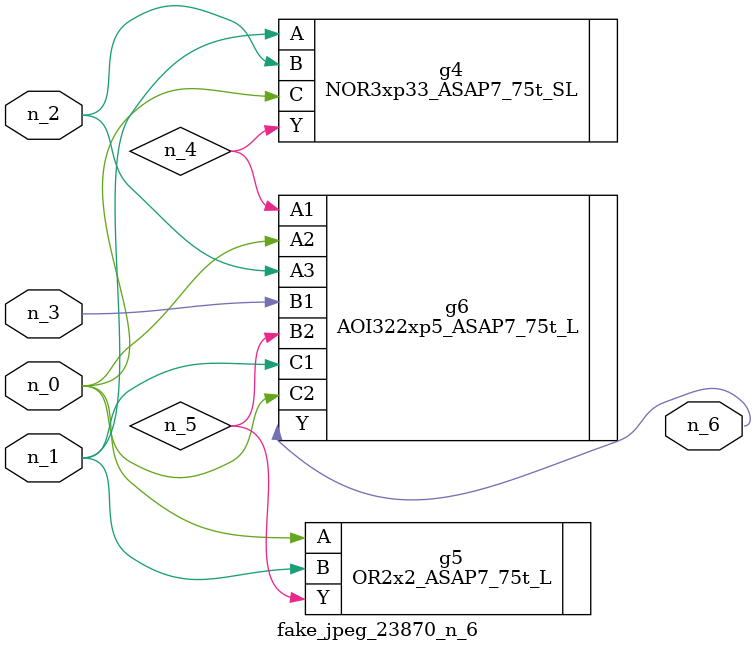
<source format=v>
module fake_jpeg_23870_n_6 (n_0, n_3, n_2, n_1, n_6);

input n_0;
input n_3;
input n_2;
input n_1;

output n_6;

wire n_4;
wire n_5;

NOR3xp33_ASAP7_75t_SL g4 ( 
.A(n_1),
.B(n_2),
.C(n_0),
.Y(n_4)
);

OR2x2_ASAP7_75t_L g5 ( 
.A(n_0),
.B(n_1),
.Y(n_5)
);

AOI322xp5_ASAP7_75t_L g6 ( 
.A1(n_4),
.A2(n_0),
.A3(n_2),
.B1(n_3),
.B2(n_5),
.C1(n_1),
.C2(n_0),
.Y(n_6)
);


endmodule
</source>
